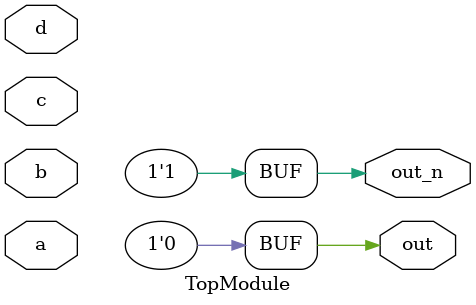
<source format=v>
module TopModule (
  input a,
  input b,
  input c,
  input d,
  output out,
  output out_n
);

  // Module body - leave empty or add minimal placeholder
  assign out = 0;  // Placeholder assignment
  assign out_n = ~out; // Placeholder assignment

endmodule
</source>
